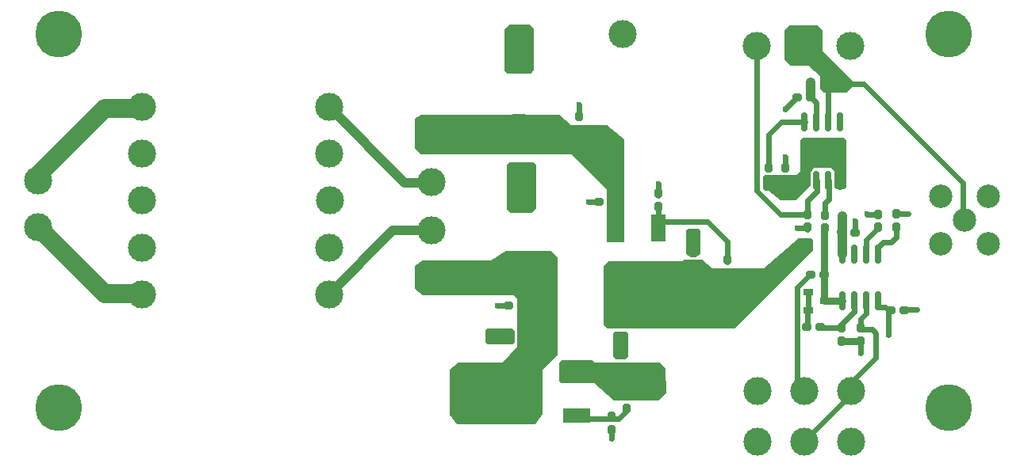
<source format=gtl>
G04*
G04 #@! TF.GenerationSoftware,Altium Limited,Altium Designer,19.1.6 (110)*
G04*
G04 Layer_Physical_Order=1*
G04 Layer_Color=255*
%FSLAX44Y44*%
%MOMM*%
G71*
G01*
G75*
%ADD10C,0.8000*%
G04:AMPARAMS|DCode=29|XSize=0.8mm|YSize=1mm|CornerRadius=0.2mm|HoleSize=0mm|Usage=FLASHONLY|Rotation=180.000|XOffset=0mm|YOffset=0mm|HoleType=Round|Shape=RoundedRectangle|*
%AMROUNDEDRECTD29*
21,1,0.8000,0.6000,0,0,180.0*
21,1,0.4000,1.0000,0,0,180.0*
1,1,0.4000,-0.2000,0.3000*
1,1,0.4000,0.2000,0.3000*
1,1,0.4000,0.2000,-0.3000*
1,1,0.4000,-0.2000,-0.3000*
%
%ADD29ROUNDEDRECTD29*%
%ADD30R,3.0000X1.6000*%
%ADD31R,6.2000X5.8000*%
%ADD32R,5.8000X6.2000*%
%ADD33R,1.6000X3.0000*%
G04:AMPARAMS|DCode=34|XSize=1.97mm|YSize=0.6mm|CornerRadius=0.15mm|HoleSize=0mm|Usage=FLASHONLY|Rotation=90.000|XOffset=0mm|YOffset=0mm|HoleType=Round|Shape=RoundedRectangle|*
%AMROUNDEDRECTD34*
21,1,1.9700,0.3000,0,0,90.0*
21,1,1.6700,0.6000,0,0,90.0*
1,1,0.3000,0.1500,0.8350*
1,1,0.3000,0.1500,-0.8350*
1,1,0.3000,-0.1500,-0.8350*
1,1,0.3000,-0.1500,0.8350*
%
%ADD34ROUNDEDRECTD34*%
G04:AMPARAMS|DCode=35|XSize=1mm|YSize=2mm|CornerRadius=0.25mm|HoleSize=0mm|Usage=FLASHONLY|Rotation=0.000|XOffset=0mm|YOffset=0mm|HoleType=Round|Shape=RoundedRectangle|*
%AMROUNDEDRECTD35*
21,1,1.0000,1.5000,0,0,0.0*
21,1,0.5000,2.0000,0,0,0.0*
1,1,0.5000,0.2500,-0.7500*
1,1,0.5000,-0.2500,-0.7500*
1,1,0.5000,-0.2500,0.7500*
1,1,0.5000,0.2500,0.7500*
%
%ADD35ROUNDEDRECTD35*%
G04:AMPARAMS|DCode=36|XSize=1mm|YSize=2mm|CornerRadius=0.25mm|HoleSize=0mm|Usage=FLASHONLY|Rotation=270.000|XOffset=0mm|YOffset=0mm|HoleType=Round|Shape=RoundedRectangle|*
%AMROUNDEDRECTD36*
21,1,1.0000,1.5000,0,0,270.0*
21,1,0.5000,2.0000,0,0,270.0*
1,1,0.5000,-0.7500,-0.2500*
1,1,0.5000,-0.7500,0.2500*
1,1,0.5000,0.7500,0.2500*
1,1,0.5000,0.7500,-0.2500*
%
%ADD36ROUNDEDRECTD36*%
%ADD37R,1.0000X0.7000*%
G04:AMPARAMS|DCode=38|XSize=0.8mm|YSize=1mm|CornerRadius=0.2mm|HoleSize=0mm|Usage=FLASHONLY|Rotation=90.000|XOffset=0mm|YOffset=0mm|HoleType=Round|Shape=RoundedRectangle|*
%AMROUNDEDRECTD38*
21,1,0.8000,0.6000,0,0,90.0*
21,1,0.4000,1.0000,0,0,90.0*
1,1,0.4000,0.3000,0.2000*
1,1,0.4000,0.3000,-0.2000*
1,1,0.4000,-0.3000,-0.2000*
1,1,0.4000,-0.3000,0.2000*
%
%ADD38ROUNDEDRECTD38*%
G04:AMPARAMS|DCode=39|XSize=2.5mm|YSize=4mm|CornerRadius=0.625mm|HoleSize=0mm|Usage=FLASHONLY|Rotation=180.000|XOffset=0mm|YOffset=0mm|HoleType=Round|Shape=RoundedRectangle|*
%AMROUNDEDRECTD39*
21,1,2.5000,2.7500,0,0,180.0*
21,1,1.2500,4.0000,0,0,180.0*
1,1,1.2500,-0.6250,1.3750*
1,1,1.2500,0.6250,1.3750*
1,1,1.2500,0.6250,-1.3750*
1,1,1.2500,-0.6250,-1.3750*
%
%ADD39ROUNDEDRECTD39*%
G04:AMPARAMS|DCode=40|XSize=0.6mm|YSize=2mm|CornerRadius=0.15mm|HoleSize=0mm|Usage=FLASHONLY|Rotation=180.000|XOffset=0mm|YOffset=0mm|HoleType=Round|Shape=RoundedRectangle|*
%AMROUNDEDRECTD40*
21,1,0.6000,1.7000,0,0,180.0*
21,1,0.3000,2.0000,0,0,180.0*
1,1,0.3000,-0.1500,0.8500*
1,1,0.3000,0.1500,0.8500*
1,1,0.3000,0.1500,-0.8500*
1,1,0.3000,-0.1500,-0.8500*
%
%ADD40ROUNDEDRECTD40*%
G04:AMPARAMS|DCode=41|XSize=2.7mm|YSize=4.8mm|CornerRadius=0.3375mm|HoleSize=0mm|Usage=FLASHONLY|Rotation=270.000|XOffset=0mm|YOffset=0mm|HoleType=Round|Shape=RoundedRectangle|*
%AMROUNDEDRECTD41*
21,1,2.7000,4.1250,0,0,270.0*
21,1,2.0250,4.8000,0,0,270.0*
1,1,0.6750,-2.0625,-1.0125*
1,1,0.6750,-2.0625,1.0125*
1,1,0.6750,2.0625,1.0125*
1,1,0.6750,2.0625,-1.0125*
%
%ADD41ROUNDEDRECTD41*%
%ADD63C,2.0000*%
%ADD64C,1.0000*%
%ADD65C,0.6000*%
%ADD66C,3.0000*%
%ADD67R,3.0000X3.0000*%
%ADD68C,2.5000*%
%ADD69C,1.5000*%
%ADD70C,5.0000*%
%ADD71C,0.6000*%
G36*
X572625Y-60125D02*
Y-102750D01*
X569498Y-107500D01*
X543257Y-107500D01*
X540750Y-104250D01*
Y-60125D01*
X545625Y-55250D01*
X567750D01*
X572625Y-60125D01*
D02*
G37*
G36*
X875000Y-55750D02*
X880250Y-61000D01*
X880250Y-83000D01*
X912750Y-115500D01*
X912750Y-120750D01*
X905500Y-128000D01*
X882500Y-128000D01*
X878000Y-123500D01*
Y-109500D01*
X865250Y-98500D01*
X846000Y-98500D01*
X840000Y-92500D01*
X840000Y-61000D01*
X845250Y-55750D01*
X875000Y-55750D01*
D02*
G37*
G36*
X905500Y-178250D02*
X905500Y-229250D01*
X903500Y-231250D01*
X895500D01*
X893500Y-228250D01*
X893500Y-212250D01*
X891465Y-210215D01*
X891213Y-209837D01*
X890835Y-209585D01*
X889500Y-208250D01*
X871500D01*
X870367Y-209384D01*
X869687Y-209837D01*
X869234Y-210516D01*
X867500Y-212250D01*
Y-227250D01*
X851753Y-243248D01*
X851243Y-243250D01*
X845750Y-243250D01*
X835500D01*
X823250Y-232500D01*
X819000Y-232500D01*
X816999Y-230499D01*
X816999Y-217249D01*
X818248Y-216000D01*
X852750Y-216000D01*
X856500Y-212250D01*
X856500Y-178750D01*
X859000Y-176250D01*
X903500Y-176250D01*
X905500Y-178250D01*
D02*
G37*
G36*
X575000Y-204587D02*
Y-251680D01*
X571000Y-256000D01*
X547750D01*
X543750Y-252789D01*
Y-204587D01*
X546356Y-202250D01*
X572394D01*
X575000Y-204587D01*
D02*
G37*
G36*
X611694Y-162086D02*
X650389Y-162086D01*
X668710Y-177416D01*
X668710Y-288000D01*
X649960Y-288000D01*
X649960Y-230960D01*
X612335Y-193335D01*
X451750D01*
X445000Y-188220D01*
X445000Y-155483D01*
X451750Y-151250D01*
X599375D01*
X611694Y-162086D01*
D02*
G37*
G36*
X749750Y-274750D02*
X749750Y-299750D01*
X747250Y-302250D01*
X737250Y-302250D01*
X734750Y-299750D01*
X734750Y-275250D01*
X737000Y-273000D01*
X748000D01*
X749750Y-274750D01*
D02*
G37*
G36*
X870500Y-285750D02*
X870500Y-296250D01*
X838750Y-328000D01*
X786750Y-380000D01*
X650843D01*
X646624Y-375781D01*
X646373Y-313502D01*
X652937Y-308250D01*
X731000D01*
X733000Y-306250D01*
X751500D01*
X762750Y-315750D01*
X818169D01*
X855442Y-283872D01*
X868622Y-283872D01*
X870500Y-285750D01*
D02*
G37*
G36*
X549000Y-380000D02*
X551750Y-382292D01*
X551750Y-394250D01*
X549250Y-396750D01*
X522625D01*
X520250Y-394375D01*
X520250Y-382125D01*
X522375Y-380000D01*
X549000Y-380000D01*
D02*
G37*
G36*
X672750Y-385150D02*
X672750Y-410107D01*
X669904Y-412750D01*
X659500Y-412750D01*
X656750Y-410000D01*
X656750Y-385250D01*
X659000Y-383000D01*
X670361Y-383000D01*
X672750Y-385150D01*
D02*
G37*
G36*
X637250Y-416750D02*
X658750Y-416750D01*
X706750Y-416750D01*
X713152Y-423153D01*
X713331Y-448919D01*
X705000Y-457250D01*
X670000Y-457250D01*
X658000D01*
X636891Y-438750D01*
X602000D01*
X599750Y-436500D01*
X599750Y-416000D01*
X601500Y-414250D01*
X634750D01*
X637250Y-416750D01*
D02*
G37*
G36*
X597999Y-303499D02*
X597999Y-386751D01*
Y-408001D01*
X581749Y-424251D01*
Y-471263D01*
X574265Y-482750D01*
X490194Y-482750D01*
X482750Y-472045D01*
Y-424172D01*
X491639Y-416751D01*
X539250Y-416751D01*
X554750Y-399673D01*
Y-348000D01*
X551500Y-344583D01*
X453348D01*
X445625Y-337590D01*
Y-312734D01*
X453348Y-307250D01*
X526744D01*
X542750Y-296708D01*
X591208D01*
X597999Y-303499D01*
D02*
G37*
D10*
X901000Y-393500D02*
X919750D01*
X883000Y-350750D02*
X901750D01*
X882375Y-321375D02*
Y-273125D01*
Y-350250D02*
Y-322625D01*
D29*
X655500Y-488250D02*
D03*
Y-474250D02*
D03*
X671750Y-465500D02*
D03*
Y-451500D02*
D03*
X705250Y-235500D02*
D03*
Y-249500D02*
D03*
X779250Y-306750D02*
D03*
Y-320750D02*
D03*
X959000Y-257500D02*
D03*
Y-271500D02*
D03*
X939500Y-271750D02*
D03*
Y-257750D02*
D03*
X620500Y-167250D02*
D03*
Y-153250D02*
D03*
X823000Y-222250D02*
D03*
Y-208250D02*
D03*
X901000Y-379500D02*
D03*
Y-393500D02*
D03*
X864750Y-258000D02*
D03*
Y-272000D02*
D03*
X883000Y-258500D02*
D03*
Y-272500D02*
D03*
X920750Y-379500D02*
D03*
Y-393500D02*
D03*
X840500Y-208250D02*
D03*
Y-222250D02*
D03*
D30*
X618200Y-473470D02*
D03*
Y-427750D02*
D03*
D31*
X546400Y-450610D02*
D03*
D32*
X682195Y-344300D02*
D03*
D33*
X659335Y-272500D02*
D03*
X705055D02*
D03*
D34*
X901450Y-300500D02*
D03*
X914150D02*
D03*
X926850D02*
D03*
X939550D02*
D03*
Y-350000D02*
D03*
X926850D02*
D03*
X914150D02*
D03*
X901450D02*
D03*
D35*
X742250Y-319250D02*
D03*
Y-293250D02*
D03*
X665000Y-402250D02*
D03*
Y-428250D02*
D03*
D36*
X541000Y-388000D02*
D03*
X567000D02*
D03*
D37*
X865000Y-341250D02*
D03*
Y-360250D02*
D03*
X883000Y-350750D02*
D03*
D38*
X867750Y-322000D02*
D03*
X881750D02*
D03*
X967500Y-360250D02*
D03*
X953500D02*
D03*
X915250Y-277250D02*
D03*
X901250D02*
D03*
X545500Y-355500D02*
D03*
X559500D02*
D03*
X863500Y-378250D02*
D03*
X877500D02*
D03*
X853500Y-132750D02*
D03*
X867500D02*
D03*
X656000Y-244250D02*
D03*
X642000D02*
D03*
D39*
X556500Y-171250D02*
D03*
Y-85250D02*
D03*
X559250Y-233000D02*
D03*
Y-319000D02*
D03*
D40*
X861400Y-221250D02*
D03*
X874100D02*
D03*
X886800D02*
D03*
X899500D02*
D03*
Y-159250D02*
D03*
X886800D02*
D03*
X874100D02*
D03*
X861400D02*
D03*
D41*
X880450Y-190250D02*
D03*
D63*
X114500Y-343000D02*
X153750D01*
X43500Y-272000D02*
X114500Y-343000D01*
X43500Y-216000D02*
X114625Y-144875D01*
X43500Y-222000D02*
Y-216000D01*
X114625Y-144875D02*
X151875D01*
X153750Y-143000D01*
X152750Y-144000D02*
X153500Y-143250D01*
D64*
X421500Y-275250D02*
X465500D01*
X353500Y-343250D02*
X421500Y-275250D01*
X434500Y-224250D02*
X465500D01*
X353500Y-143250D02*
X434500Y-224250D01*
X901000Y-277000D02*
X901750Y-276250D01*
X901450Y-300500D02*
Y-277199D01*
X742250Y-321000D02*
X776000D01*
X710450Y-318300D02*
X742250D01*
Y-319250D02*
Y-318300D01*
Y-321000D02*
Y-319250D01*
X684450Y-344300D02*
X710450Y-318300D01*
X682195Y-344300D02*
X684450D01*
X469250Y-329000D02*
X560000D01*
X833250Y-321000D02*
X865000Y-289250D01*
X776000Y-321000D02*
X833250D01*
X742250Y-318300D02*
Y-317750D01*
X901750Y-276250D02*
Y-259500D01*
X601500Y-167250D02*
X620500D01*
X597500Y-171250D02*
X601500Y-167250D01*
X640250D02*
X640500Y-167500D01*
X620500Y-167250D02*
X640250D01*
X466500Y-326250D02*
X469250Y-329000D01*
X867750Y-132000D02*
Y-116750D01*
X867500Y-132250D02*
X867750Y-132000D01*
X556500Y-171250D02*
X597500D01*
X555500Y-172250D02*
X556500Y-171250D01*
X466500Y-172250D02*
X555500D01*
X462250Y-173750D02*
X463250Y-172750D01*
X540250Y-387500D02*
X545250D01*
X465500Y-326250D02*
X466500D01*
D65*
X705055Y-272500D02*
X711555Y-266000D01*
X705251Y-265196D02*
X705277Y-265222D01*
X705251Y-265196D02*
Y-248251D01*
X705250Y-248250D02*
X705251Y-248251D01*
X705250Y-248250D02*
Y-247500D01*
Y-237500D02*
Y-224750D01*
X655500Y-498000D02*
Y-486250D01*
X662250Y-476250D02*
X662750D01*
X671235Y-467765D01*
Y-464763D01*
X671750Y-464248D01*
Y-463500D01*
X617250Y-473220D02*
X620530Y-476500D01*
X620980Y-476250D02*
X662250D01*
X618200Y-473470D02*
X620980Y-476250D01*
X758000Y-266000D02*
X779250Y-287250D01*
X711555Y-266000D02*
X758000D01*
X779250Y-308750D02*
Y-287250D01*
X959000Y-257500D02*
X971500D01*
X618200Y-427750D02*
X623200Y-422750D01*
X705055Y-265445D02*
X705277Y-265222D01*
X705055Y-272500D02*
Y-265445D01*
X901251Y-277000D02*
X901450Y-277199D01*
X901000Y-277000D02*
X901251D01*
X920749Y-378499D02*
X920751D01*
X911000Y-447250D02*
X915592Y-442658D01*
X910750Y-450000D02*
X916000Y-444750D01*
X866000Y-494750D02*
X910750Y-450000D01*
Y-449000D01*
X911000Y-451500D02*
Y-449250D01*
X866000Y-495500D02*
Y-494750D01*
X919750Y-393500D02*
X920750Y-394500D01*
X901750Y-350750D02*
X902250Y-350250D01*
X882375Y-273125D02*
X883000Y-272500D01*
X881750Y-322000D02*
X882375Y-321375D01*
X881750Y-322000D02*
X882375Y-322625D01*
Y-350250D02*
X882875Y-350750D01*
X883000D01*
X902000Y-350000D02*
X902250Y-350250D01*
X901450Y-350000D02*
X902000D01*
X537750Y-389500D02*
X538750Y-388500D01*
X560000Y-355500D02*
Y-329000D01*
X562250Y-436750D02*
Y-388250D01*
X551500Y-447500D02*
X562250Y-436750D01*
X560750Y-388500D02*
X564750D01*
X959000Y-282250D02*
Y-272250D01*
X953150Y-288100D02*
X959000Y-282250D01*
X945100Y-288100D02*
X953150D01*
X939550Y-293650D02*
X945100Y-288100D01*
X939550Y-300500D02*
Y-293650D01*
X926850Y-300500D02*
Y-285400D01*
X939500Y-272750D01*
Y-271750D01*
X927500Y-257250D02*
X928000Y-257750D01*
X939500D01*
X1030100Y-263850D02*
Y-224088D01*
X939498Y-256248D02*
X939500Y-256250D01*
Y-257750D02*
Y-256250D01*
X904750Y-113750D02*
X909750Y-118750D01*
X924762D01*
X1030100Y-224088D01*
X915000Y-276000D02*
Y-264750D01*
Y-276000D02*
X916750Y-277750D01*
X917000Y-277500D01*
X664500Y-430000D02*
X672500Y-422000D01*
X939550Y-356850D02*
X947350D01*
X630750Y-244500D02*
X641750D01*
X915592Y-442658D02*
Y-433158D01*
X933750Y-381250D02*
X937500Y-385000D01*
Y-411250D02*
Y-385000D01*
X915592Y-433158D02*
X937500Y-411250D01*
X852960Y-439210D02*
X861000Y-447250D01*
X852960Y-439210D02*
Y-335790D01*
X672500Y-422000D02*
X703250D01*
X592500Y-357000D02*
X592500Y-357000D01*
X561250Y-357000D02*
X592500D01*
X559000Y-381000D02*
Y-361000D01*
X561500Y-358500D01*
X641750Y-244500D02*
X642000Y-244250D01*
X860000Y-87000D02*
X886800Y-113800D01*
Y-159250D02*
Y-113800D01*
X860000Y-87000D02*
Y-77500D01*
X867500Y-132250D02*
X874000Y-138750D01*
X860000Y-77500D02*
X865000D01*
X874150Y-233100D02*
Y-221250D01*
X864748Y-258250D02*
Y-242502D01*
X810500Y-232750D02*
Y-77750D01*
X860000Y-77500D02*
X862406Y-79906D01*
X874000Y-156400D02*
Y-138750D01*
X921750Y-381250D02*
X933750D01*
X920750Y-380250D02*
X921750Y-381250D01*
X920750Y-380250D02*
Y-379500D01*
X950500Y-363250D02*
X953500Y-360250D01*
X951625Y-361125D02*
X952500Y-360250D01*
X947350Y-356850D02*
X951625Y-361125D01*
X950500Y-374750D02*
Y-363250D01*
X952500Y-360250D02*
X953500D01*
X950500Y-387000D02*
Y-374750D01*
X544001Y-355750D02*
X544250Y-355501D01*
X533250Y-355750D02*
X544001D01*
X544250Y-355501D02*
X544499Y-355750D01*
X544001D02*
X544499D01*
X840500Y-145250D02*
X853500Y-132250D01*
X610750Y-184000D02*
X656500Y-229750D01*
X565753Y-184000D02*
X610750D01*
X861400Y-221250D02*
X861450D01*
X841500D02*
X861400D01*
X834250Y-236750D02*
Y-228502D01*
X840501Y-222251D01*
X939550Y-356850D02*
Y-350000D01*
X664000Y-452250D02*
Y-451250D01*
X561250Y-388250D02*
X562250D01*
X866750Y-322000D02*
X867750D01*
X852960Y-335790D02*
X866750Y-322000D01*
X864750Y-360250D02*
X865000D01*
X864250Y-360750D02*
X864750Y-360250D01*
X864250Y-377500D02*
Y-360750D01*
X863500Y-378250D02*
X864250Y-377500D01*
X926850Y-363500D02*
Y-356500D01*
X920751Y-369599D02*
X926850Y-363500D01*
X920751Y-378499D02*
Y-369599D01*
X920749Y-378499D02*
X920750Y-378500D01*
Y-379500D02*
Y-378500D01*
X914150Y-361850D02*
Y-350000D01*
X899000Y-377000D02*
X914150Y-361850D01*
X900500Y-378750D02*
X901000Y-379250D01*
X899000Y-377250D02*
X900500Y-378750D01*
X899000Y-377250D02*
Y-377000D01*
X877500Y-378250D02*
X878500D01*
X877500D02*
X878000Y-378750D01*
X900500D01*
X663000Y-450250D02*
X664000Y-451250D01*
X559000Y-381000D02*
X559250Y-381250D01*
Y-386250D02*
Y-381250D01*
Y-386250D02*
X561250Y-388250D01*
X916500Y-277000D02*
X917000Y-277500D01*
X882999Y-257499D02*
Y-245501D01*
X886850Y-241650D01*
X865000Y-360250D02*
Y-341250D01*
X559250Y-322000D02*
Y-319000D01*
X556500Y-174747D02*
X565753Y-184000D01*
X556500Y-174747D02*
Y-171250D01*
X840250Y-206998D02*
Y-196000D01*
Y-206998D02*
X840500Y-207248D01*
X840499Y-207249D02*
X840500Y-207248D01*
X967500Y-360250D02*
X967750Y-360000D01*
X981000D01*
X886850Y-241650D02*
Y-221250D01*
X864748Y-242502D02*
X874150Y-233100D01*
X836000Y-258250D02*
X864748D01*
X853250Y-272500D02*
X864250D01*
X864750Y-272000D01*
X540000Y-387250D02*
X540250Y-387500D01*
X559000Y-232750D02*
X559250Y-233000D01*
X836500Y-159250D02*
X861450D01*
X823000Y-172750D02*
X836500Y-159250D01*
X867500Y-132750D02*
Y-132250D01*
X556500Y-85250D02*
X557750Y-84000D01*
X620500Y-152248D02*
Y-140250D01*
X620499Y-152249D02*
X620500Y-152248D01*
X620499Y-152249D02*
X620500Y-152250D01*
Y-153250D02*
Y-152250D01*
X920750Y-406500D02*
Y-394500D01*
X810500Y-232750D02*
X836000Y-258250D01*
X840500Y-222250D02*
X840501Y-222251D01*
X823000Y-208250D02*
Y-172750D01*
Y-222250D02*
X824000Y-223250D01*
X839501D01*
X840500Y-222250D01*
X864247Y-274000D02*
X864750Y-273497D01*
Y-272000D01*
X840499Y-207249D02*
X840500Y-207250D01*
Y-208250D02*
Y-207250D01*
X865400Y-210250D02*
Y-200300D01*
X875450Y-190250D01*
X861400Y-214250D02*
X865400Y-210250D01*
X861400Y-221250D02*
Y-214250D01*
X880450Y-190250D02*
X889028D01*
X899500Y-200721D01*
Y-221250D02*
Y-200721D01*
X840500Y-222250D02*
X841500Y-221250D01*
D66*
X43500Y-272000D02*
D03*
Y-222000D02*
D03*
X354250Y-143250D02*
D03*
Y-193250D02*
D03*
Y-293250D02*
D03*
X154250Y-193250D02*
D03*
Y-293250D02*
D03*
X354580Y-243250D02*
D03*
X354250Y-343250D02*
D03*
X154250Y-143250D02*
D03*
Y-243250D02*
D03*
Y-343250D02*
D03*
X910000Y-77500D02*
D03*
X860000D02*
D03*
X810000D02*
D03*
X861000Y-447250D02*
D03*
X911000D02*
D03*
Y-501250D02*
D03*
X861000D02*
D03*
X811000D02*
D03*
Y-447250D02*
D03*
X463250Y-223750D02*
D03*
Y-274750D02*
D03*
Y-325750D02*
D03*
X667250Y-65000D02*
D03*
D67*
X463250Y-172750D02*
D03*
D68*
X1006200Y-289250D02*
D03*
X1031600Y-263850D02*
D03*
X1006200Y-238450D02*
D03*
X1057000Y-289250D02*
D03*
Y-238450D02*
D03*
D69*
X700500Y-437500D02*
D03*
X656250Y-189500D02*
D03*
X781500Y-364000D02*
D03*
X497000Y-448250D02*
D03*
D70*
X1015000Y-465000D02*
D03*
Y-65000D02*
D03*
X65000Y-465000D02*
D03*
Y-65000D02*
D03*
D71*
X655500Y-498000D02*
D03*
X661000Y-387500D02*
D03*
X668500D02*
D03*
X705250Y-224750D02*
D03*
X927500Y-257250D02*
D03*
X971500Y-257500D02*
D03*
X915000Y-264750D02*
D03*
X630750Y-244500D02*
D03*
X703250Y-422000D02*
D03*
X592500Y-357000D02*
D03*
X950500Y-387000D02*
D03*
Y-374750D02*
D03*
X533250Y-355750D02*
D03*
X746250Y-277500D02*
D03*
X834250Y-236750D02*
D03*
X565000Y-60000D02*
D03*
X556500D02*
D03*
X524500Y-384250D02*
D03*
X569250Y-206750D02*
D03*
X559750D02*
D03*
X901750Y-259500D02*
D03*
X739000Y-277500D02*
D03*
X524500Y-392500D02*
D03*
X865000Y-289250D02*
D03*
X640500Y-167500D02*
D03*
X840250Y-196000D02*
D03*
X981000Y-360000D02*
D03*
X853250Y-272500D02*
D03*
X550250Y-206750D02*
D03*
X867750Y-116750D02*
D03*
X548250Y-60000D02*
D03*
X620500Y-140250D02*
D03*
X840500Y-145250D02*
D03*
X920750Y-406500D02*
D03*
M02*

</source>
